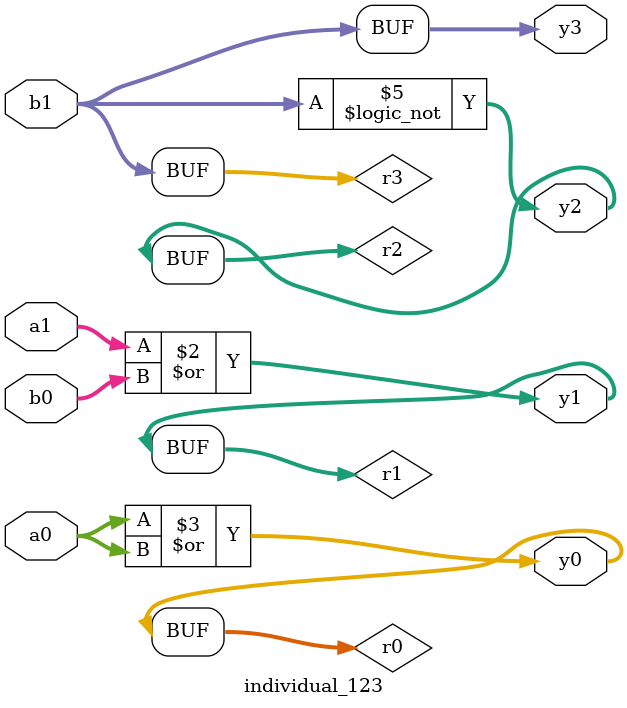
<source format=sv>
module individual_123(input logic [15:0] a1, input logic [15:0] a0, input logic [15:0] b1, input logic [15:0] b0, output logic [15:0] y3, output logic [15:0] y2, output logic [15:0] y1, output logic [15:0] y0);
logic [15:0] r0, r1, r2, r3; 
 always@(*) begin 
	 r0 = a0; r1 = a1; r2 = b0; r3 = b1; 
 	 r1  |=  b0 ;
 	 r0  |=  a0 ;
 	 r2  ^=  b0 ;
 	 r2 = ! b1 ;
 	 y3 = r3; y2 = r2; y1 = r1; y0 = r0; 
end
endmodule
</source>
